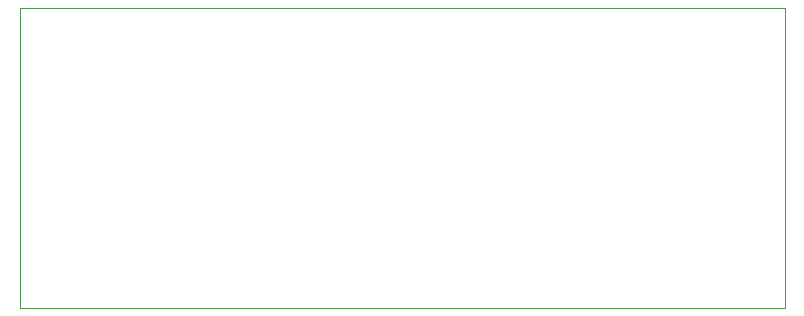
<source format=gbr>
%TF.GenerationSoftware,KiCad,Pcbnew,6.0.11+dfsg-1~bpo11+1*%
%TF.CreationDate,2023-04-11T20:41:58+02:00*%
%TF.ProjectId,double_pt100,646f7562-6c65-45f7-9074-3130302e6b69,rev?*%
%TF.SameCoordinates,Original*%
%TF.FileFunction,Profile,NP*%
%FSLAX46Y46*%
G04 Gerber Fmt 4.6, Leading zero omitted, Abs format (unit mm)*
G04 Created by KiCad (PCBNEW 6.0.11+dfsg-1~bpo11+1) date 2023-04-11 20:41:58*
%MOMM*%
%LPD*%
G01*
G04 APERTURE LIST*
%TA.AperFunction,Profile*%
%ADD10C,0.100000*%
%TD*%
G04 APERTURE END LIST*
D10*
X76200000Y-129540000D02*
X140970000Y-129540000D01*
X140970000Y-129540000D02*
X140970000Y-104140000D01*
X76200000Y-104140000D02*
X140970000Y-104140000D01*
X76200000Y-104140000D02*
X76200000Y-129540000D01*
M02*

</source>
